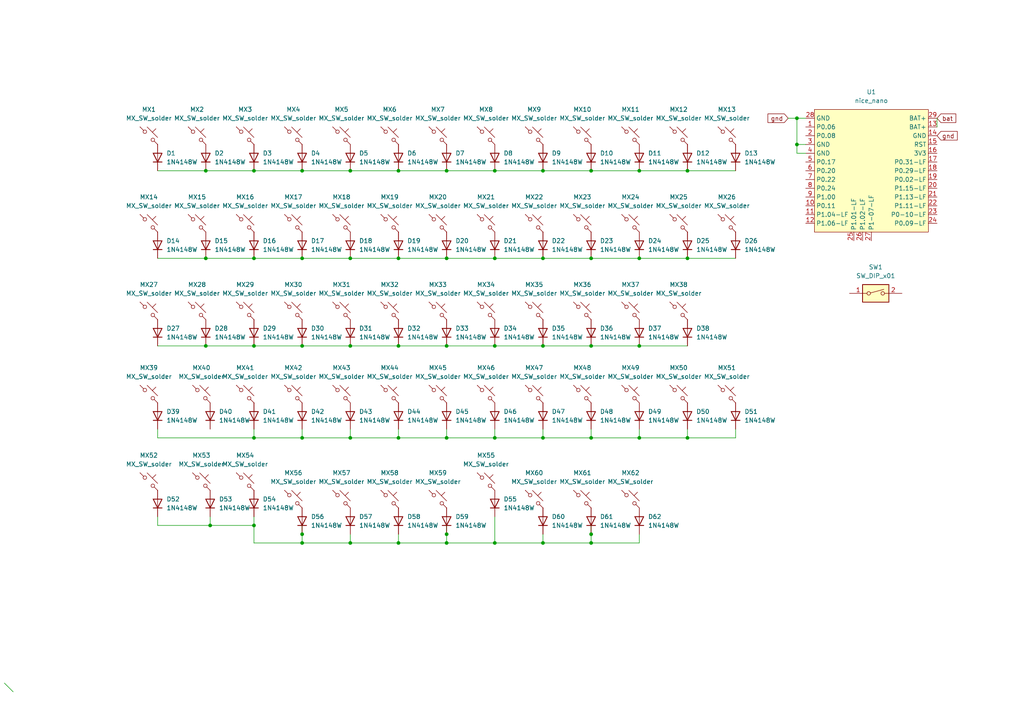
<source format=kicad_sch>
(kicad_sch (version 20230121) (generator eeschema)
  (paper "A4")
  (lib_symbols
    (symbol "Diode:1N4148W" (pin_numbers hide) (pin_names hide)
      (property "Reference" "D" (at 0 2.54 0))
      (property "Value" "1N4148W" (at 0 -2.54 0))
      (symbol "1N4148W_0_1"
        (polyline (pts (xy -1.27 1.27) (xy -1.27 -1.27)) (stroke (width 0.254)))
        (polyline (pts (xy 1.27 0) (xy -1.27 0)))
        (polyline (pts (xy 1.27 1.27) (xy 1.27 -1.27) (xy -1.27 0) (xy 1.27 1.27)) (stroke (width 0.254)))
      )
      (symbol "1N4148W_1_1"
        (pin passive line (at -3.81 0 0) (length 2.54) (name "K") (number "1"))
        (pin passive line (at 3.81 0 180) (length 2.54) (name "A") (number "2"))
      )
    )
    (symbol "PCM_marbastlib-mx:MX_SW_solder" (pin_numbers hide) (pin_names (offset 1.016) hide)
      (property "Reference" "MX" (at 3.048 1.016 0))
      (property "Value" "MX_SW_solder" (at 0 -3.81 0))
      (symbol "MX_SW_solder_0_1"
        (circle (center -1.1684 1.1684) (radius 0.508))
        (polyline (pts (xy -0.508 2.54) (xy 2.54 -0.508)))
        (polyline (pts (xy 1.016 1.016) (xy 2.032 2.032)))
        (polyline (pts (xy -2.54 2.54) (xy -1.524 1.524) (xy -1.524 1.524)))
        (polyline (pts (xy 1.524 -1.524) (xy 2.54 -2.54) (xy 2.54 -2.54) (xy 2.54 -2.54)))
        (circle (center 1.143 -1.1938) (radius 0.508))
        (pin passive line (at -2.54 2.54 0) (length 0) (name "1") (number "1"))
        (pin passive line (at 2.54 -2.54 180) (length 0) (name "2") (number "2"))
      )
    )
    (symbol "PCM_marbastlib-promicroish:nice_nano" (in_bom no)
      (property "Reference" "U" (at 0 22.86 0))
      (property "Value" "nice_nano" (at 0 20.32 0))
      (symbol "nice_nano_0_0"
        (pin bidirectional line (at -19.05 13.97 0) (length 2.54) (name "P0.06") (number "1"))
        (pin bidirectional line (at -19.05 -8.89 0) (length 2.54) (name "P0.11") (number "10"))
        (pin bidirectional line (at -19.05 -11.43 0) (length 2.54) (name "P1.04-LF") (number "11"))
        (pin bidirectional line (at -19.05 -13.97 0) (length 2.54) (name "P1.06-LF") (number "12"))
        (pin power_out line (at 19.05 11.43 180) (length 2.54) (name "GND") (number "14"))
        (pin bidirectional line (at 19.05 8.89 180) (length 2.54) (name "RST") (number "15"))
        (pin bidirectional line (at 19.05 3.81 180) (length 2.54) (name "P0.31-LF") (number "17"))
        (pin bidirectional line (at 19.05 1.27 180) (length 2.54) (name "P0.29-LF") (number "18"))
        (pin bidirectional line (at 19.05 -1.27 180) (length 2.54) (name "P0.02-LF") (number "19"))
        (pin bidirectional line (at -19.05 11.43 0) (length 2.54) (name "P0.08") (number "2"))
        (pin bidirectional line (at 19.05 -3.81 180) (length 2.54) (name "P1.15-LF") (number "20"))
        (pin bidirectional line (at 19.05 -6.35 180) (length 2.54) (name "P1.13-LF") (number "21"))
        (pin bidirectional line (at 19.05 -8.89 180) (length 2.54) (name "P1.11-LF") (number "22"))
        (pin bidirectional line (at 19.05 -11.43 180) (length 2.54) (name "P0-10-LF") (number "23"))
        (pin bidirectional line (at 19.05 -13.97 180) (length 2.54) (name "P0.09-LF") (number "24"))
        (pin power_out line (at -19.05 8.89 0) (length 2.54) (name "GND") (number "3"))
        (pin power_out line (at -19.05 6.35 0) (length 2.54) (name "GND") (number "4"))
        (pin bidirectional line (at -19.05 3.81 0) (length 2.54) (name "P0.17") (number "5"))
        (pin bidirectional line (at -19.05 1.27 0) (length 2.54) (name "P0.20") (number "6"))
        (pin bidirectional line (at -19.05 -1.27 0) (length 2.54) (name "P0.22") (number "7"))
        (pin bidirectional line (at -19.05 -3.81 0) (length 2.54) (name "P0.24") (number "8"))
        (pin bidirectional line (at -19.05 -6.35 0) (length 2.54) (name "P1.00") (number "9"))
      )
      (symbol "nice_nano_1_0"
        (pin power_out line (at 19.05 13.97 180) (length 2.54) (name "BAT+") (number "13"))
        (pin power_out line (at 19.05 6.35 180) (length 2.54) (name "3V3") (number "16"))
        (pin bidirectional line (at -5.08 -19.05 90) (length 2.54) (name "P1.01-LF") (number "25"))
        (pin bidirectional line (at -2.54 -19.05 90) (length 2.54) (name "P1.02-LF") (number "26"))
        (pin bidirectional line (at 0 -19.05 90) (length 2.54) (name "P1-07-LF") (number "27"))
        (pin power_out line (at -19.05 16.51 0) (length 2.54) (name "GND") (number "28"))
        (pin power_out line (at 19.05 16.51 180) (length 2.54) (name "BAT+") (number "29"))
      )
      (symbol "nice_nano_1_1"
        (rectangle (start -16.51 19.05) (end 16.51 -16.51) (fill (type background)))
      )
    )
    (symbol "Switch:SW_DIP_x01" (pin_names (offset 0) hide)
      (property "Reference" "SW" (at 0 3.81 0))
      (property "Value" "SW_DIP_x01" (at 0 -3.81 0))
      (symbol "SW_DIP_x01_0_0"
        (circle (center -2.032 0) (radius 0.508))
        (polyline (pts (xy -1.524 0.127) (xy 2.3622 1.1684)))
        (circle (center 2.032 0) (radius 0.508))
      )
      (symbol "SW_DIP_x01_0_1"
        (rectangle (start -3.81 2.54) (end 3.81 -2.54) (stroke (width 0.254)) (fill (type background)))
      )
      (symbol "SW_DIP_x01_1_1"
        (pin passive line (at -7.62 0 0) (length 5.08) (name "~") (number "1"))
        (pin passive line (at 7.62 0 180) (length 5.08) (name "~") (number "2"))
      )
    )
  )
  (junction (at 59.69 49.53))
  (junction (at 185.42 100.33))
  (junction (at 143.51 157.48))
  (junction (at 101.6 157.48))
  (junction (at 129.54 100.33))
  (junction (at 129.54 74.93))
  (junction (at 101.6 127))
  (junction (at 101.6 74.93))
  (junction (at 73.66 127))
  (junction (at 115.57 49.53))
  (junction (at 143.51 100.33))
  (junction (at 171.45 100.33))
  (junction (at 129.54 157.48))
  (junction (at 231.14 34.29))
  (junction (at 101.6 100.33))
  (junction (at 231.14 41.91))
  (junction (at 87.63 127))
  (junction (at 59.69 74.93))
  (junction (at 87.63 154.94))
  (junction (at 157.48 49.53))
  (junction (at 171.45 127))
  (junction (at 73.66 74.93))
  (junction (at 115.57 127))
  (junction (at 101.6 49.53))
  (junction (at 87.63 157.48))
  (junction (at 199.39 49.53))
  (junction (at 73.66 49.53))
  (junction (at 185.42 127))
  (junction (at 157.48 127))
  (junction (at 199.39 74.93))
  (junction (at 143.51 74.93))
  (junction (at 171.45 49.53))
  (junction (at 171.45 157.48))
  (junction (at 87.63 74.93))
  (junction (at 60.96 152.4))
  (junction (at 143.51 49.53))
  (junction (at 171.45 154.94))
  (junction (at 157.48 100.33))
  (junction (at 87.63 100.33))
  (junction (at 185.42 49.53))
  (junction (at 171.45 74.93))
  (junction (at 73.66 100.33))
  (junction (at 87.63 49.53))
  (junction (at 157.48 74.93))
  (junction (at 115.57 74.93))
  (junction (at 143.51 127))
  (junction (at 199.39 127))
  (junction (at 115.57 157.48))
  (junction (at 129.54 49.53))
  (junction (at 73.66 152.4))
  (junction (at 59.69 100.33))
  (junction (at 157.48 157.48))
  (junction (at 185.42 74.93))
  (junction (at 129.54 154.94))
  (junction (at 115.57 100.33))
  (junction (at 129.54 127))
  (bus_entry (at -45.72 204.47) (size 2.54 2.54))
  (bus_entry (at 1.27 198.12) (size 2.54 2.54))
  (wire (pts (xy 171.45 74.93) (xy 185.42 74.93)))
  (wire (pts (xy 101.6 157.48) (xy 115.57 157.48)))
  (wire (pts (xy 199.39 127) (xy 199.39 124.46)))
  (wire (pts (xy 129.54 154.94) (xy 129.54 152.4)))
  (wire (pts (xy 231.14 44.45) (xy 233.68 44.45)))
  (wire (pts (xy 60.96 152.4) (xy 73.66 152.4)))
  (wire (pts (xy 228.6 34.29) (xy 231.14 34.29)))
  (wire (pts (xy 143.51 127) (xy 157.48 127)))
  (wire (pts (xy 185.42 49.53) (xy 199.39 49.53)))
  (wire (pts (xy 143.51 74.93) (xy 157.48 74.93)))
  (wire (pts (xy 87.63 157.48) (xy 101.6 157.48)))
  (wire (pts (xy 87.63 157.48) (xy 87.63 154.94)))
  (wire (pts (xy 143.51 49.53) (xy 157.48 49.53)))
  (wire (pts (xy 157.48 100.33) (xy 171.45 100.33)))
  (wire (pts (xy 231.14 34.29) (xy 231.14 41.91)))
  (wire (pts (xy 59.69 74.93) (xy 73.66 74.93)))
  (wire (pts (xy 143.51 100.33) (xy 157.48 100.33)))
  (wire (pts (xy 101.6 100.33) (xy 115.57 100.33)))
  (wire (pts (xy 115.57 100.33) (xy 129.54 100.33)))
  (wire (pts (xy 171.45 127) (xy 171.45 124.46)))
  (wire (pts (xy 171.45 100.33) (xy 185.42 100.33)))
  (wire (pts (xy 129.54 74.93) (xy 143.51 74.93)))
  (wire (pts (xy 73.66 157.48) (xy 87.63 157.48)))
  (wire (pts (xy 73.66 127) (xy 73.66 124.46)))
  (wire (pts (xy 143.51 149.86) (xy 143.51 157.48)))
  (wire (pts (xy 115.57 127) (xy 115.57 124.46)))
  (wire (pts (xy 129.54 49.53) (xy 143.51 49.53)))
  (wire (pts (xy 171.45 154.94) (xy 171.45 152.4)))
  (wire (pts (xy 143.51 157.48) (xy 157.48 157.48)))
  (wire (pts (xy 185.42 127) (xy 199.39 127)))
  (wire (pts (xy 171.45 127) (xy 185.42 127)))
  (wire (pts (xy 45.72 100.33) (xy 59.69 100.33)))
  (wire (pts (xy 87.63 74.93) (xy 101.6 74.93)))
  (wire (pts (xy 101.6 127) (xy 101.6 124.46)))
  (wire (pts (xy 87.63 127) (xy 101.6 127)))
  (wire (pts (xy 115.57 157.48) (xy 115.57 154.94)))
  (wire (pts (xy 129.54 157.48) (xy 143.51 157.48)))
  (wire (pts (xy 231.14 41.91) (xy 231.14 44.45)))
  (wire (pts (xy 129.54 100.33) (xy 143.51 100.33)))
  (wire (pts (xy 101.6 157.48) (xy 101.6 154.94)))
  (wire (pts (xy 101.6 49.53) (xy 115.57 49.53)))
  (wire (pts (xy 115.57 127) (xy 129.54 127)))
  (wire (pts (xy 171.45 49.53) (xy 185.42 49.53)))
  (wire (pts (xy 115.57 49.53) (xy 129.54 49.53)))
  (wire (pts (xy 87.63 100.33) (xy 101.6 100.33)))
  (wire (pts (xy 87.63 49.53) (xy 101.6 49.53)))
  (wire (pts (xy 143.51 127) (xy 143.51 124.46)))
  (wire (pts (xy 185.42 100.33) (xy 199.39 100.33)))
  (wire (pts (xy 45.72 74.93) (xy 59.69 74.93)))
  (wire (pts (xy 45.72 127) (xy 45.72 124.46)))
  (wire (pts (xy 199.39 74.93) (xy 213.36 74.93)))
  (wire (pts (xy 59.69 100.33) (xy 73.66 100.33)))
  (wire (pts (xy 199.39 127) (xy 213.36 127)))
  (wire (pts (xy 157.48 74.93) (xy 171.45 74.93)))
  (wire (pts (xy 171.45 157.48) (xy 171.45 154.94)))
  (wire (pts (xy 45.72 49.53) (xy 59.69 49.53)))
  (wire (pts (xy 45.72 127) (xy 73.66 127)))
  (wire (pts (xy 213.36 127) (xy 213.36 124.46)))
  (wire (pts (xy 87.63 154.94) (xy 87.63 152.4)))
  (wire (pts (xy 231.14 34.29) (xy 233.68 34.29)))
  (wire (pts (xy 73.66 49.53) (xy 87.63 49.53)))
  (wire (pts (xy 45.72 152.4) (xy 45.72 149.86)))
  (wire (pts (xy 73.66 127) (xy 87.63 127)))
  (wire (pts (xy 199.39 49.53) (xy 213.36 49.53)))
  (wire (pts (xy 157.48 157.48) (xy 171.45 157.48)))
  (wire (pts (xy 171.45 157.48) (xy 185.42 157.48)))
  (wire (pts (xy 157.48 49.53) (xy 171.45 49.53)))
  (wire (pts (xy 73.66 152.4) (xy 73.66 149.86)))
  (wire (pts (xy 73.66 74.93) (xy 87.63 74.93)))
  (wire (pts (xy 231.14 41.91) (xy 233.68 41.91)))
  (wire (pts (xy 129.54 127) (xy 129.54 124.46)))
  (wire (pts (xy 185.42 74.93) (xy 199.39 74.93)))
  (wire (pts (xy 73.66 157.48) (xy 73.66 152.4)))
  (wire (pts (xy 87.63 127) (xy 87.63 124.46)))
  (wire (pts (xy 185.42 127) (xy 185.42 124.46)))
  (wire (pts (xy 101.6 127) (xy 115.57 127)))
  (wire (pts (xy 157.48 127) (xy 171.45 127)))
  (wire (pts (xy 129.54 127) (xy 143.51 127)))
  (wire (pts (xy 115.57 157.48) (xy 129.54 157.48)))
  (wire (pts (xy 129.54 157.48) (xy 129.54 154.94)))
  (wire (pts (xy 101.6 74.93) (xy 115.57 74.93)))
  (wire (pts (xy 115.57 74.93) (xy 129.54 74.93)))
  (wire (pts (xy 59.69 49.53) (xy 73.66 49.53)))
  (wire (pts (xy 60.96 149.86) (xy 60.96 152.4)))
  (wire (pts (xy 157.48 127) (xy 157.48 124.46)))
  (wire (pts (xy 185.42 157.48) (xy 185.42 154.94)))
  (wire (pts (xy 271.78 34.29) (xy 271.78 36.83)))
  (wire (pts (xy 157.48 157.48) (xy 157.48 154.94)))
  (wire (pts (xy 73.66 100.33) (xy 87.63 100.33)))
  (wire (pts (xy 45.72 152.4) (xy 60.96 152.4)))
  (global_label "gnd" (shape input) (at 228.6 34.29 180) (property "Intersheetrefs" "${INTERSHEET_REFS}" (effects hide)))
  (global_label "bat" (shape input) (at 271.78 34.29 0) (property "Intersheetrefs" "${INTERSHEET_REFS}" (effects hide)))
  (global_label "gnd" (shape input) (at 271.78 39.37 0) (property "Intersheetrefs" "${INTERSHEET_REFS}" (effects hide)))
  (symbol (lib_id "Diode:1N4148W") (at 129.54 96.52 90) (unit 1)
    (property "Reference" "D33" (at 132.08 95.25 90) (effects (justify right)))
    (property "Value" "1N4148W" (at 132.08 97.79 90) (effects (justify right)))
    (property "Footprint" "Diode_SMD:D_SOD-123" (effects hide))
    (property "Datasheet" "https://www.vishay.com/docs/85748/1n4148w.pdf" (effects hide))
    (property "Sim.Device" "D" (effects hide))
    (property "Sim.Pins" "1=K 2=A" (effects hide))
  )
  (symbol (lib_id "Diode:1N4148W") (at 73.66 96.52 90) (unit 1)
    (property "Reference" "D29" (at 76.2 95.25 90) (effects (justify right)))
    (property "Value" "1N4148W" (at 76.2 97.79 90) (effects (justify right)))
    (property "Footprint" "Diode_SMD:D_SOD-123" (effects hide))
    (property "Datasheet" "https://www.vishay.com/docs/85748/1n4148w.pdf" (effects hide))
    (property "Sim.Device" "D" (effects hide))
    (property "Sim.Pins" "1=K 2=A" (effects hide))
  )
  (symbol (lib_id "Diode:1N4148W") (at 143.51 120.65 90) (unit 1)
    (property "Reference" "D46" (at 146.05 119.38 90) (effects (justify right)))
    (property "Value" "1N4148W" (at 146.05 121.92 90) (effects (justify right)))
    (property "Footprint" "Diode_SMD:D_SOD-123" (effects hide))
    (property "Datasheet" "https://www.vishay.com/docs/85748/1n4148w.pdf" (effects hide))
    (property "Sim.Device" "D" (effects hide))
    (property "Sim.Pins" "1=K 2=A" (effects hide))
  )
  (symbol (lib_id "PCM_marbastlib-mx:MX_SW_solder") (at 210.82 114.3 0) (unit 1)
    (property "Reference" "MX51" (at 210.82 106.68 0))
    (property "Value" "MX_SW_solder" (at 210.82 109.22 0))
    (property "Footprint" "PCM_marbastlib-mx:SW_MX_HS_1u" (effects hide))
  )
  (symbol (lib_id "Diode:1N4148W") (at 143.51 45.72 90) (unit 1)
    (property "Reference" "D8" (at 146.05 44.45 90) (effects (justify right)))
    (property "Value" "1N4148W" (at 146.05 46.99 90) (effects (justify right)))
    (property "Footprint" "Diode_SMD:D_SOD-123" (effects hide))
    (property "Datasheet" "https://www.vishay.com/docs/85748/1n4148w.pdf" (effects hide))
    (property "Sim.Device" "D" (effects hide))
    (property "Sim.Pins" "1=K 2=A" (effects hide))
  )
  (symbol (lib_id "Diode:1N4148W") (at 101.6 45.72 90) (unit 1)
    (property "Reference" "D5" (at 104.14 44.45 90) (effects (justify right)))
    (property "Value" "1N4148W" (at 104.14 46.99 90) (effects (justify right)))
    (property "Footprint" "Diode_SMD:D_SOD-123" (effects hide))
    (property "Datasheet" "https://www.vishay.com/docs/85748/1n4148w.pdf" (effects hide))
    (property "Sim.Device" "D" (effects hide))
    (property "Sim.Pins" "1=K 2=A" (effects hide))
  )
  (symbol (lib_id "PCM_marbastlib-mx:MX_SW_solder") (at 140.97 64.77 0) (unit 1)
    (property "Reference" "MX21" (at 140.97 57.15 0))
    (property "Value" "MX_SW_solder" (at 140.97 59.69 0))
    (property "Footprint" "PCM_marbastlib-mx:SW_MX_HS_1u" (effects hide))
  )
  (symbol (lib_id "Diode:1N4148W") (at 157.48 45.72 90) (unit 1)
    (property "Reference" "D9" (at 160.02 44.45 90) (effects (justify right)))
    (property "Value" "1N4148W" (at 160.02 46.99 90) (effects (justify right)))
    (property "Footprint" "Diode_SMD:D_SOD-123" (effects hide))
    (property "Datasheet" "https://www.vishay.com/docs/85748/1n4148w.pdf" (effects hide))
    (property "Sim.Device" "D" (effects hide))
    (property "Sim.Pins" "1=K 2=A" (effects hide))
  )
  (symbol (lib_id "PCM_marbastlib-mx:MX_SW_solder") (at 43.18 39.37 0) (unit 1)
    (property "Reference" "MX1" (at 43.18 31.75 0))
    (property "Value" "MX_SW_solder" (at 43.18 34.29 0))
    (property "Footprint" "PCM_marbastlib-mx:SW_MX_HS_1u" (effects hide))
  )
  (symbol (lib_id "Diode:1N4148W") (at 115.57 151.13 90) (unit 1)
    (property "Reference" "D58" (at 118.11 149.86 90) (effects (justify right)))
    (property "Value" "1N4148W" (at 118.11 152.4 90) (effects (justify right)))
    (property "Footprint" "Diode_SMD:D_SOD-123" (effects hide))
    (property "Datasheet" "https://www.vishay.com/docs/85748/1n4148w.pdf" (effects hide))
    (property "Sim.Device" "D" (effects hide))
    (property "Sim.Pins" "1=K 2=A" (effects hide))
  )
  (symbol (lib_id "PCM_marbastlib-mx:MX_SW_solder") (at 127 114.3 0) (unit 1)
    (property "Reference" "MX45" (at 127 106.68 0))
    (property "Value" "MX_SW_solder" (at 127 109.22 0))
    (property "Footprint" "PCM_marbastlib-mx:SW_MX_HS_1u" (effects hide))
  )
  (symbol (lib_id "Diode:1N4148W") (at 185.42 151.13 90) (unit 1)
    (property "Reference" "D62" (at 187.96 149.86 90) (effects (justify right)))
    (property "Value" "1N4148W" (at 187.96 152.4 90) (effects (justify right)))
    (property "Footprint" "Diode_SMD:D_SOD-123" (effects hide))
    (property "Datasheet" "https://www.vishay.com/docs/85748/1n4148w.pdf" (effects hide))
    (property "Sim.Device" "D" (effects hide))
    (property "Sim.Pins" "1=K 2=A" (effects hide))
  )
  (symbol (lib_id "Diode:1N4148W") (at 199.39 45.72 90) (unit 1)
    (property "Reference" "D12" (at 201.93 44.45 90) (effects (justify right)))
    (property "Value" "1N4148W" (at 201.93 46.99 90) (effects (justify right)))
    (property "Footprint" "Diode_SMD:D_SOD-123" (effects hide))
    (property "Datasheet" "https://www.vishay.com/docs/85748/1n4148w.pdf" (effects hide))
    (property "Sim.Device" "D" (effects hide))
    (property "Sim.Pins" "1=K 2=A" (effects hide))
  )
  (symbol (lib_id "Diode:1N4148W") (at 199.39 71.12 90) (unit 1)
    (property "Reference" "D25" (at 201.93 69.85 90) (effects (justify right)))
    (property "Value" "1N4148W" (at 201.93 72.39 90) (effects (justify right)))
    (property "Footprint" "Diode_SMD:D_SOD-123" (effects hide))
    (property "Datasheet" "https://www.vishay.com/docs/85748/1n4148w.pdf" (effects hide))
    (property "Sim.Device" "D" (effects hide))
    (property "Sim.Pins" "1=K 2=A" (effects hide))
  )
  (symbol (lib_id "PCM_marbastlib-mx:MX_SW_solder") (at 85.09 90.17 0) (unit 1)
    (property "Reference" "MX30" (at 85.09 82.55 0))
    (property "Value" "MX_SW_solder" (at 85.09 85.09 0))
    (property "Footprint" "PCM_marbastlib-mx:SW_MX_HS_1u" (effects hide))
  )
  (symbol (lib_id "Diode:1N4148W") (at 115.57 96.52 90) (unit 1)
    (property "Reference" "D32" (at 118.11 95.25 90) (effects (justify right)))
    (property "Value" "1N4148W" (at 118.11 97.79 90) (effects (justify right)))
    (property "Footprint" "Diode_SMD:D_SOD-123" (effects hide))
    (property "Datasheet" "https://www.vishay.com/docs/85748/1n4148w.pdf" (effects hide))
    (property "Sim.Device" "D" (effects hide))
    (property "Sim.Pins" "1=K 2=A" (effects hide))
  )
  (symbol (lib_id "PCM_marbastlib-mx:MX_SW_solder") (at 182.88 90.17 0) (unit 1)
    (property "Reference" "MX37" (at 182.88 82.55 0))
    (property "Value" "MX_SW_solder" (at 182.88 85.09 0))
    (property "Footprint" "PCM_marbastlib-mx:SW_MX_HS_1u" (effects hide))
  )
  (symbol (lib_id "Diode:1N4148W") (at 45.72 71.12 90) (unit 1)
    (property "Reference" "D14" (at 48.26 69.85 90) (effects (justify right)))
    (property "Value" "1N4148W" (at 48.26 72.39 90) (effects (justify right)))
    (property "Footprint" "Diode_SMD:D_SOD-123" (effects hide))
    (property "Datasheet" "https://www.vishay.com/docs/85748/1n4148w.pdf" (effects hide))
    (property "Sim.Device" "D" (effects hide))
    (property "Sim.Pins" "1=K 2=A" (effects hide))
  )
  (symbol (lib_id "Diode:1N4148W") (at 73.66 71.12 90) (unit 1)
    (property "Reference" "D16" (at 76.2 69.85 90) (effects (justify right)))
    (property "Value" "1N4148W" (at 76.2 72.39 90) (effects (justify right)))
    (property "Footprint" "Diode_SMD:D_SOD-123" (effects hide))
    (property "Datasheet" "https://www.vishay.com/docs/85748/1n4148w.pdf" (effects hide))
    (property "Sim.Device" "D" (effects hide))
    (property "Sim.Pins" "1=K 2=A" (effects hide))
  )
  (symbol (lib_id "Diode:1N4148W") (at 157.48 71.12 90) (unit 1)
    (property "Reference" "D22" (at 160.02 69.85 90) (effects (justify right)))
    (property "Value" "1N4148W" (at 160.02 72.39 90) (effects (justify right)))
    (property "Footprint" "Diode_SMD:D_SOD-123" (effects hide))
    (property "Datasheet" "https://www.vishay.com/docs/85748/1n4148w.pdf" (effects hide))
    (property "Sim.Device" "D" (effects hide))
    (property "Sim.Pins" "1=K 2=A" (effects hide))
  )
  (symbol (lib_id "Diode:1N4148W") (at 157.48 96.52 90) (unit 1)
    (property "Reference" "D35" (at 160.02 95.25 90) (effects (justify right)))
    (property "Value" "1N4148W" (at 160.02 97.79 90) (effects (justify right)))
    (property "Footprint" "Diode_SMD:D_SOD-123" (effects hide))
    (property "Datasheet" "https://www.vishay.com/docs/85748/1n4148w.pdf" (effects hide))
    (property "Sim.Device" "D" (effects hide))
    (property "Sim.Pins" "1=K 2=A" (effects hide))
  )
  (symbol (lib_id "PCM_marbastlib-mx:MX_SW_solder") (at 113.03 114.3 0) (unit 1)
    (property "Reference" "MX44" (at 113.03 106.68 0))
    (property "Value" "MX_SW_solder" (at 113.03 109.22 0))
    (property "Footprint" "PCM_marbastlib-mx:SW_MX_HS_1u" (effects hide))
  )
  (symbol (lib_id "PCM_marbastlib-mx:MX_SW_solder") (at 99.06 39.37 0) (unit 1)
    (property "Reference" "MX5" (at 99.06 31.75 0))
    (property "Value" "MX_SW_solder" (at 99.06 34.29 0))
    (property "Footprint" "PCM_marbastlib-mx:SW_MX_HS_1u" (effects hide))
  )
  (symbol (lib_id "Diode:1N4148W") (at 213.36 45.72 90) (unit 1)
    (property "Reference" "D13" (at 215.9 44.45 90) (effects (justify right)))
    (property "Value" "1N4148W" (at 215.9 46.99 90) (effects (justify right)))
    (property "Footprint" "Diode_SMD:D_SOD-123" (effects hide))
    (property "Datasheet" "https://www.vishay.com/docs/85748/1n4148w.pdf" (effects hide))
    (property "Sim.Device" "D" (effects hide))
    (property "Sim.Pins" "1=K 2=A" (effects hide))
  )
  (symbol (lib_id "Diode:1N4148W") (at 129.54 120.65 90) (unit 1)
    (property "Reference" "D45" (at 132.08 119.38 90) (effects (justify right)))
    (property "Value" "1N4148W" (at 132.08 121.92 90) (effects (justify right)))
    (property "Footprint" "Diode_SMD:D_SOD-123" (effects hide))
    (property "Datasheet" "https://www.vishay.com/docs/85748/1n4148w.pdf" (effects hide))
    (property "Sim.Device" "D" (effects hide))
    (property "Sim.Pins" "1=K 2=A" (effects hide))
  )
  (symbol (lib_id "PCM_marbastlib-mx:MX_SW_solder") (at 168.91 114.3 0) (unit 1)
    (property "Reference" "MX48" (at 168.91 106.68 0))
    (property "Value" "MX_SW_solder" (at 168.91 109.22 0))
    (property "Footprint" "PCM_marbastlib-mx:SW_MX_HS_1u" (effects hide))
  )
  (symbol (lib_id "PCM_marbastlib-mx:MX_SW_solder") (at 85.09 39.37 0) (unit 1)
    (property "Reference" "MX4" (at 85.09 31.75 0))
    (property "Value" "MX_SW_solder" (at 85.09 34.29 0))
    (property "Footprint" "PCM_marbastlib-mx:SW_MX_HS_1u" (effects hide))
  )
  (symbol (lib_id "PCM_marbastlib-mx:MX_SW_solder") (at 57.15 39.37 0) (unit 1)
    (property "Reference" "MX2" (at 57.15 31.75 0))
    (property "Value" "MX_SW_solder" (at 57.15 34.29 0))
    (property "Footprint" "PCM_marbastlib-mx:SW_MX_HS_1u" (effects hide))
  )
  (symbol (lib_id "Diode:1N4148W") (at 171.45 120.65 90) (unit 1)
    (property "Reference" "D48" (at 173.99 119.38 90) (effects (justify right)))
    (property "Value" "1N4148W" (at 173.99 121.92 90) (effects (justify right)))
    (property "Footprint" "Diode_SMD:D_SOD-123" (effects hide))
    (property "Datasheet" "https://www.vishay.com/docs/85748/1n4148w.pdf" (effects hide))
    (property "Sim.Device" "D" (effects hide))
    (property "Sim.Pins" "1=K 2=A" (effects hide))
  )
  (symbol (lib_id "Diode:1N4148W") (at 171.45 96.52 90) (unit 1)
    (property "Reference" "D36" (at 173.99 95.25 90) (effects (justify right)))
    (property "Value" "1N4148W" (at 173.99 97.79 90) (effects (justify right)))
    (property "Footprint" "Diode_SMD:D_SOD-123" (effects hide))
    (property "Datasheet" "https://www.vishay.com/docs/85748/1n4148w.pdf" (effects hide))
    (property "Sim.Device" "D" (effects hide))
    (property "Sim.Pins" "1=K 2=A" (effects hide))
  )
  (symbol (lib_id "PCM_marbastlib-mx:MX_SW_solder") (at 43.18 114.3 0) (unit 1)
    (property "Reference" "MX39" (at 43.18 106.68 0))
    (property "Value" "MX_SW_solder" (at 43.18 109.22 0))
    (property "Footprint" "footprints_combined:SW_MX_HS_1u_2u" (effects hide))
  )
  (symbol (lib_id "PCM_marbastlib-mx:MX_SW_solder") (at 182.88 114.3 0) (unit 1)
    (property "Reference" "MX49" (at 182.88 106.68 0))
    (property "Value" "MX_SW_solder" (at 182.88 109.22 0))
    (property "Footprint" "PCM_marbastlib-mx:SW_MX_HS_1u" (effects hide))
  )
  (symbol (lib_id "Diode:1N4148W") (at 129.54 71.12 90) (unit 1)
    (property "Reference" "D20" (at 132.08 69.85 90) (effects (justify right)))
    (property "Value" "1N4148W" (at 132.08 72.39 90) (effects (justify right)))
    (property "Footprint" "Diode_SMD:D_SOD-123" (effects hide))
    (property "Datasheet" "https://www.vishay.com/docs/85748/1n4148w.pdf" (effects hide))
    (property "Sim.Device" "D" (effects hide))
    (property "Sim.Pins" "1=K 2=A" (effects hide))
  )
  (symbol (lib_id "PCM_marbastlib-mx:MX_SW_solder") (at 71.12 39.37 0) (unit 1)
    (property "Reference" "MX3" (at 71.12 31.75 0))
    (property "Value" "MX_SW_solder" (at 71.12 34.29 0))
    (property "Footprint" "PCM_marbastlib-mx:SW_MX_HS_1u" (effects hide))
  )
  (symbol (lib_id "Diode:1N4148W") (at 213.36 71.12 90) (unit 1)
    (property "Reference" "D26" (at 215.9 69.85 90) (effects (justify right)))
    (property "Value" "1N4148W" (at 215.9 72.39 90) (effects (justify right)))
    (property "Footprint" "Diode_SMD:D_SOD-123" (effects hide))
    (property "Datasheet" "https://www.vishay.com/docs/85748/1n4148w.pdf" (effects hide))
    (property "Sim.Device" "D" (effects hide))
    (property "Sim.Pins" "1=K 2=A" (effects hide))
  )
  (symbol (lib_id "Diode:1N4148W") (at 143.51 146.05 90) (unit 1)
    (property "Reference" "D55" (at 146.05 144.78 90) (effects (justify right)))
    (property "Value" "1N4148W" (at 146.05 147.32 90) (effects (justify right)))
    (property "Footprint" "Diode_SMD:D_SOD-123" (effects hide))
    (property "Datasheet" "https://www.vishay.com/docs/85748/1n4148w.pdf" (effects hide))
    (property "Sim.Device" "D" (effects hide))
    (property "Sim.Pins" "1=K 2=A" (effects hide))
  )
  (symbol (lib_id "Diode:1N4148W") (at 87.63 151.13 90) (unit 1)
    (property "Reference" "D56" (at 90.17 149.86 90) (effects (justify right)))
    (property "Value" "1N4148W" (at 90.17 152.4 90) (effects (justify right)))
    (property "Footprint" "Diode_SMD:D_SOD-123" (effects hide))
    (property "Datasheet" "https://www.vishay.com/docs/85748/1n4148w.pdf" (effects hide))
    (property "Sim.Device" "D" (effects hide))
    (property "Sim.Pins" "1=K 2=A" (effects hide))
  )
  (symbol (lib_id "PCM_marbastlib-mx:MX_SW_solder") (at 43.18 90.17 0) (unit 1)
    (property "Reference" "MX27" (at 43.18 82.55 0))
    (property "Value" "MX_SW_solder" (at 43.18 85.09 0))
    (property "Footprint" "footprints_combined:SW_MX_HS_1.75u+1.25u_stepped_caps" (effects hide))
  )
  (symbol (lib_id "Diode:1N4148W") (at 199.39 120.65 90) (unit 1)
    (property "Reference" "D50" (at 201.93 119.38 90) (effects (justify right)))
    (property "Value" "1N4148W" (at 201.93 121.92 90) (effects (justify right)))
    (property "Footprint" "Diode_SMD:D_SOD-123" (effects hide))
    (property "Datasheet" "https://www.vishay.com/docs/85748/1n4148w.pdf" (effects hide))
    (property "Sim.Device" "D" (effects hide))
    (property "Sim.Pins" "1=K 2=A" (effects hide))
  )
  (symbol (lib_id "PCM_marbastlib-mx:MX_SW_solder") (at 140.97 39.37 0) (unit 1)
    (property "Reference" "MX8" (at 140.97 31.75 0))
    (property "Value" "MX_SW_solder" (at 140.97 34.29 0))
    (property "Footprint" "PCM_marbastlib-mx:SW_MX_HS_1u" (effects hide))
  )
  (symbol (lib_id "Diode:1N4148W") (at 87.63 96.52 90) (unit 1)
    (property "Reference" "D30" (at 90.17 95.25 90) (effects (justify right)))
    (property "Value" "1N4148W" (at 90.17 97.79 90) (effects (justify right)))
    (property "Footprint" "Diode_SMD:D_SOD-123" (effects hide))
    (property "Datasheet" "https://www.vishay.com/docs/85748/1n4148w.pdf" (effects hide))
    (property "Sim.Device" "D" (effects hide))
    (property "Sim.Pins" "1=K 2=A" (effects hide))
  )
  (symbol (lib_id "PCM_marbastlib-mx:MX_SW_solder") (at 140.97 114.3 0) (unit 1)
    (property "Reference" "MX46" (at 140.97 106.68 0))
    (property "Value" "MX_SW_solder" (at 140.97 109.22 0))
    (property "Footprint" "PCM_marbastlib-mx:SW_MX_HS_1u" (effects hide))
  )
  (symbol (lib_id "Diode:1N4148W") (at 129.54 45.72 90) (unit 1)
    (property "Reference" "D7" (at 132.08 44.45 90) (effects (justify right)))
    (property "Value" "1N4148W" (at 132.08 46.99 90) (effects (justify right)))
    (property "Footprint" "Diode_SMD:D_SOD-123" (effects hide))
    (property "Datasheet" "https://www.vishay.com/docs/85748/1n4148w.pdf" (effects hide))
    (property "Sim.Device" "D" (effects hide))
    (property "Sim.Pins" "1=K 2=A" (effects hide))
  )
  (symbol (lib_id "Diode:1N4148W") (at 157.48 151.13 90) (unit 1)
    (property "Reference" "D60" (at 160.02 149.86 90) (effects (justify right)))
    (property "Value" "1N4148W" (at 160.02 152.4 90) (effects (justify right)))
    (property "Footprint" "Diode_SMD:D_SOD-123" (effects hide))
    (property "Datasheet" "https://www.vishay.com/docs/85748/1n4148w.pdf" (effects hide))
    (property "Sim.Device" "D" (effects hide))
    (property "Sim.Pins" "1=K 2=A" (effects hide))
  )
  (symbol (lib_id "PCM_marbastlib-mx:MX_SW_solder") (at 154.94 39.37 0) (unit 1)
    (property "Reference" "MX9" (at 154.94 31.75 0))
    (property "Value" "MX_SW_solder" (at 154.94 34.29 0))
    (property "Footprint" "PCM_marbastlib-mx:SW_MX_HS_1u" (effects hide))
  )
  (symbol (lib_id "PCM_marbastlib-mx:MX_SW_solder") (at 113.03 64.77 0) (unit 1)
    (property "Reference" "MX19" (at 113.03 57.15 0))
    (property "Value" "MX_SW_solder" (at 113.03 59.69 0))
    (property "Footprint" "PCM_marbastlib-mx:SW_MX_HS_1u" (effects hide))
  )
  (symbol (lib_id "PCM_marbastlib-mx:MX_SW_solder") (at 182.88 64.77 0) (unit 1)
    (property "Reference" "MX24" (at 182.88 57.15 0))
    (property "Value" "MX_SW_solder" (at 182.88 59.69 0))
    (property "Footprint" "PCM_marbastlib-mx:SW_MX_HS_1u" (effects hide))
  )
  (symbol (lib_id "PCM_marbastlib-mx:MX_SW_solder") (at 43.18 139.7 0) (unit 1)
    (property "Reference" "MX52" (at 43.18 132.08 0))
    (property "Value" "MX_SW_solder" (at 43.18 134.62 0))
    (property "Footprint" "PCM_marbastlib-mx:SW_MX_HS_1.25u" (effects hide))
  )
  (symbol (lib_id "Diode:1N4148W") (at 115.57 45.72 90) (unit 1)
    (property "Reference" "D6" (at 118.11 44.45 90) (effects (justify right)))
    (property "Value" "1N4148W" (at 118.11 46.99 90) (effects (justify right)))
    (property "Footprint" "Diode_SMD:D_SOD-123" (effects hide))
    (property "Datasheet" "https://www.vishay.com/docs/85748/1n4148w.pdf" (effects hide))
    (property "Sim.Device" "D" (effects hide))
    (property "Sim.Pins" "1=K 2=A" (effects hide))
  )
  (symbol (lib_id "Diode:1N4148W") (at 59.69 96.52 90) (unit 1)
    (property "Reference" "D28" (at 62.23 95.25 90) (effects (justify right)))
    (property "Value" "1N4148W" (at 62.23 97.79 90) (effects (justify right)))
    (property "Footprint" "Diode_SMD:D_SOD-123" (effects hide))
    (property "Datasheet" "https://www.vishay.com/docs/85748/1n4148w.pdf" (effects hide))
    (property "Sim.Device" "D" (effects hide))
    (property "Sim.Pins" "1=K 2=A" (effects hide))
  )
  (symbol (lib_id "PCM_marbastlib-mx:MX_SW_solder") (at 85.09 114.3 0) (unit 1)
    (property "Reference" "MX42" (at 85.09 106.68 0))
    (property "Value" "MX_SW_solder" (at 85.09 109.22 0))
    (property "Footprint" "PCM_marbastlib-mx:SW_MX_HS_1u" (effects hide))
  )
  (symbol (lib_id "Diode:1N4148W") (at 143.51 71.12 90) (unit 1)
    (property "Reference" "D21" (at 146.05 69.85 90) (effects (justify right)))
    (property "Value" "1N4148W" (at 146.05 72.39 90) (effects (justify right)))
    (property "Footprint" "Diode_SMD:D_SOD-123" (effects hide))
    (property "Datasheet" "https://www.vishay.com/docs/85748/1n4148w.pdf" (effects hide))
    (property "Sim.Device" "D" (effects hide))
    (property "Sim.Pins" "1=K 2=A" (effects hide))
  )
  (symbol (lib_id "PCM_marbastlib-mx:MX_SW_solder") (at 57.15 64.77 0) (unit 1)
    (property "Reference" "MX15" (at 57.15 57.15 0))
    (property "Value" "MX_SW_solder" (at 57.15 59.69 0))
    (property "Footprint" "PCM_marbastlib-mx:SW_MX_HS_1u" (effects hide))
  )
  (symbol (lib_id "PCM_marbastlib-mx:MX_SW_solder") (at 113.03 90.17 0) (unit 1)
    (property "Reference" "MX32" (at 113.03 82.55 0))
    (property "Value" "MX_SW_solder" (at 113.03 85.09 0))
    (property "Footprint" "PCM_marbastlib-mx:SW_MX_HS_1u" (effects hide))
  )
  (symbol (lib_id "PCM_marbastlib-mx:MX_SW_solder") (at 154.94 144.78 0) (unit 1)
    (property "Reference" "MX60" (at 154.94 137.16 0))
    (property "Value" "MX_SW_solder" (at 154.94 139.7 0))
    (property "Footprint" "PCM_marbastlib-mx:SW_MX_HS_1u" (effects hide))
  )
  (symbol (lib_id "PCM_marbastlib-mx:MX_SW_solder") (at 154.94 114.3 0) (unit 1)
    (property "Reference" "MX47" (at 154.94 106.68 0))
    (property "Value" "MX_SW_solder" (at 154.94 109.22 0))
    (property "Footprint" "PCM_marbastlib-mx:SW_MX_HS_1u" (effects hide))
  )
  (symbol (lib_id "PCM_marbastlib-mx:MX_SW_solder") (at 58.42 114.3 0) (unit 1)
    (property "Reference" "MX40" (at 58.42 106.68 0))
    (property "Value" "MX_SW_solder" (at 58.42 109.22 0))
    (property "Footprint" "PCM_marbastlib-mx:SW_MX_HS_1u" (effects hide))
  )
  (symbol (lib_id "PCM_marbastlib-mx:MX_SW_solder") (at 99.06 64.77 0) (unit 1)
    (property "Reference" "MX18" (at 99.06 57.15 0))
    (property "Value" "MX_SW_solder" (at 99.06 59.69 0))
    (property "Footprint" "PCM_marbastlib-mx:SW_MX_HS_1u" (effects hide))
  )
  (symbol (lib_id "PCM_marbastlib-mx:MX_SW_solder") (at 99.06 114.3 0) (unit 1)
    (property "Reference" "MX43" (at 99.06 106.68 0))
    (property "Value" "MX_SW_solder" (at 99.06 109.22 0))
    (property "Footprint" "PCM_marbastlib-mx:SW_MX_HS_1u" (effects hide))
  )
  (symbol (lib_id "PCM_marbastlib-mx:MX_SW_solder") (at 196.85 114.3 0) (unit 1)
    (property "Reference" "MX50" (at 196.85 106.68 0))
    (property "Value" "MX_SW_solder" (at 196.85 109.22 0))
    (property "Footprint" "PCM_marbastlib-mx:SW_MX_HS_1u" (effects hide))
  )
  (symbol (lib_id "Diode:1N4148W") (at 45.72 120.65 90) (unit 1)
    (property "Reference" "D39" (at 48.26 119.38 90) (effects (justify right)))
    (property "Value" "1N4148W" (at 48.26 121.92 90) (effects (justify right)))
    (property "Footprint" "Diode_SMD:D_SOD-123" (effects hide))
    (property "Datasheet" "https://www.vishay.com/docs/85748/1n4148w.pdf" (effects hide))
    (property "Sim.Device" "D" (effects hide))
    (property "Sim.Pins" "1=K 2=A" (effects hide))
  )
  (symbol (lib_id "PCM_marbastlib-mx:MX_SW_solder") (at 182.88 39.37 0) (unit 1)
    (property "Reference" "MX11" (at 182.88 31.75 0))
    (property "Value" "MX_SW_solder" (at 182.88 34.29 0))
    (property "Footprint" "PCM_marbastlib-mx:SW_MX_HS_1u" (effects hide))
  )
  (symbol (lib_id "Diode:1N4148W") (at 171.45 71.12 90) (unit 1)
    (property "Reference" "D23" (at 173.99 69.85 90) (effects (justify right)))
    (property "Value" "1N4148W" (at 173.99 72.39 90) (effects (justify right)))
    (property "Footprint" "Diode_SMD:D_SOD-123" (effects hide))
    (property "Datasheet" "https://www.vishay.com/docs/85748/1n4148w.pdf" (effects hide))
    (property "Sim.Device" "D" (effects hide))
    (property "Sim.Pins" "1=K 2=A" (effects hide))
  )
  (symbol (lib_id "Diode:1N4148W") (at 101.6 120.65 90) (unit 1)
    (property "Reference" "D43" (at 104.14 119.38 90) (effects (justify right)))
    (property "Value" "1N4148W" (at 104.14 121.92 90) (effects (justify right)))
    (property "Footprint" "Diode_SMD:D_SOD-123" (effects hide))
    (property "Datasheet" "https://www.vishay.com/docs/85748/1n4148w.pdf" (effects hide))
    (property "Sim.Device" "D" (effects hide))
    (property "Sim.Pins" "1=K 2=A" (effects hide))
  )
  (symbol (lib_id "PCM_marbastlib-mx:MX_SW_solder") (at 196.85 90.17 0) (unit 1)
    (property "Reference" "MX38" (at 196.85 82.55 0))
    (property "Value" "MX_SW_solder" (at 196.85 85.09 0))
    (property "Footprint" "PCM_marbastlib-mx:SW_MX_HS_1.75u" (effects hide))
  )
  (symbol (lib_id "PCM_marbastlib-mx:MX_SW_solder") (at 127 90.17 0) (unit 1)
    (property "Reference" "MX33" (at 127 82.55 0))
    (property "Value" "MX_SW_solder" (at 127 85.09 0))
    (property "Footprint" "PCM_marbastlib-mx:SW_MX_HS_1u" (effects hide))
  )
  (symbol (lib_id "Diode:1N4148W") (at 101.6 71.12 90) (unit 1)
    (property "Reference" "D18" (at 104.14 69.85 90) (effects (justify right)))
    (property "Value" "1N4148W" (at 104.14 72.39 90) (effects (justify right)))
    (property "Footprint" "Diode_SMD:D_SOD-123" (effects hide))
    (property "Datasheet" "https://www.vishay.com/docs/85748/1n4148w.pdf" (effects hide))
    (property "Sim.Device" "D" (effects hide))
    (property "Sim.Pins" "1=K 2=A" (effects hide))
  )
  (symbol (lib_id "PCM_marbastlib-mx:MX_SW_solder") (at 210.82 64.77 0) (unit 1)
    (property "Reference" "MX26" (at 210.82 57.15 0))
    (property "Value" "MX_SW_solder" (at 210.82 59.69 0))
    (property "Footprint" "PCM_marbastlib-mx:SW_MX_1u" (effects hide))
  )
  (symbol (lib_id "PCM_marbastlib-mx:MX_SW_solder") (at 71.12 114.3 0) (unit 1)
    (property "Reference" "MX41" (at 71.12 106.68 0))
    (property "Value" "MX_SW_solder" (at 71.12 109.22 0))
    (property "Footprint" "PCM_marbastlib-mx:SW_MX_HS_1u" (effects hide))
  )
  (symbol (lib_id "Diode:1N4148W") (at 87.63 71.12 90) (unit 1)
    (property "Reference" "D17" (at 90.17 69.85 90) (effects (justify right)))
    (property "Value" "1N4148W" (at 90.17 72.39 90) (effects (justify right)))
    (property "Footprint" "Diode_SMD:D_SOD-123" (effects hide))
    (property "Datasheet" "https://www.vishay.com/docs/85748/1n4148w.pdf" (effects hide))
    (property "Sim.Device" "D" (effects hide))
    (property "Sim.Pins" "1=K 2=A" (effects hide))
  )
  (symbol (lib_id "Diode:1N4148W") (at 115.57 71.12 90) (unit 1)
    (property "Reference" "D19" (at 118.11 69.85 90) (effects (justify right)))
    (property "Value" "1N4148W" (at 118.11 72.39 90) (effects (justify right)))
    (property "Footprint" "Diode_SMD:D_SOD-123" (effects hide))
    (property "Datasheet" "https://www.vishay.com/docs/85748/1n4148w.pdf" (effects hide))
    (property "Sim.Device" "D" (effects hide))
    (property "Sim.Pins" "1=K 2=A" (effects hide))
  )
  (symbol (lib_id "PCM_marbastlib-mx:MX_SW_solder") (at 99.06 90.17 0) (unit 1)
    (property "Reference" "MX31" (at 99.06 82.55 0))
    (property "Value" "MX_SW_solder" (at 99.06 85.09 0))
    (property "Footprint" "PCM_marbastlib-mx:SW_MX_HS_1u" (effects hide))
  )
  (symbol (lib_id "PCM_marbastlib-mx:MX_SW_solder") (at 57.15 90.17 0) (unit 1)
    (property "Reference" "MX28" (at 57.15 82.55 0))
    (property "Value" "MX_SW_solder" (at 57.15 85.09 0))
    (property "Footprint" "PCM_marbastlib-mx:SW_MX_HS_1u" (effects hide))
  )
  (symbol (lib_id "PCM_marbastlib-mx:MX_SW_solder") (at 71.12 64.77 0) (unit 1)
    (property "Reference" "MX16" (at 71.12 57.15 0))
    (property "Value" "MX_SW_solder" (at 71.12 59.69 0))
    (property "Footprint" "PCM_marbastlib-mx:SW_MX_HS_1u" (effects hide))
  )
  (symbol (lib_id "PCM_marbastlib-promicroish:nice_nano") (at 252.73 50.8 0) (unit 1) (in_bom no)
    (property "Reference" "U1" (at 252.73 26.67 0))
    (property "Value" "nice_nano" (at 252.73 29.21 0))
    (property "Footprint" "PCM_marbastlib-xp-promicroish:nice_nano_AH_USBup" (effects hide))
    (property "Datasheet" "https://nicekeyboards.com/docs/nice-nano/pinout-schematic" (effects hide))
  )
  (symbol (lib_id "Diode:1N4148W") (at 143.51 96.52 90) (unit 1)
    (property "Reference" "D34" (at 146.05 95.25 90) (effects (justify right)))
    (property "Value" "1N4148W" (at 146.05 97.79 90) (effects (justify right)))
    (property "Footprint" "Diode_SMD:D_SOD-123" (effects hide))
    (property "Datasheet" "https://www.vishay.com/docs/85748/1n4148w.pdf" (effects hide))
    (property "Sim.Device" "D" (effects hide))
    (property "Sim.Pins" "1=K 2=A" (effects hide))
  )
  (symbol (lib_id "PCM_marbastlib-mx:MX_SW_solder") (at 58.42 139.7 0) (unit 1)
    (property "Reference" "MX53" (at 58.42 132.08 0))
    (property "Value" "MX_SW_solder" (at 58.42 134.62 0))
    (property "Footprint" "PCM_marbastlib-mx:SW_MX_HS_1.25u" (effects hide))
  )
  (symbol (lib_id "Diode:1N4148W") (at 73.66 146.05 90) (unit 1)
    (property "Reference" "D54" (at 76.2 144.78 90) (effects (justify right)))
    (property "Value" "1N4148W" (at 76.2 147.32 90) (effects (justify right)))
    (property "Footprint" "Diode_SMD:D_SOD-123" (effects hide))
    (property "Datasheet" "https://www.vishay.com/docs/85748/1n4148w.pdf" (effects hide))
    (property "Sim.Device" "D" (effects hide))
    (property "Sim.Pins" "1=K 2=A" (effects hide))
  )
  (symbol (lib_id "PCM_marbastlib-mx:MX_SW_solder") (at 113.03 144.78 0) (unit 1)
    (property "Reference" "MX58" (at 113.03 137.16 0))
    (property "Value" "MX_SW_solder" (at 113.03 139.7 0))
    (property "Footprint" "footprints_combined:SW_MX_HS_1.75u_2.75u" (effects hide))
  )
  (symbol (lib_id "Diode:1N4148W") (at 59.69 45.72 90) (unit 1)
    (property "Reference" "D2" (at 62.23 44.45 90) (effects (justify right)))
    (property "Value" "1N4148W" (at 62.23 46.99 90) (effects (justify right)))
    (property "Footprint" "Diode_SMD:D_SOD-123" (effects hide))
    (property "Datasheet" "https://www.vishay.com/docs/85748/1n4148w.pdf" (effects hide))
    (property "Sim.Device" "D" (effects hide))
    (property "Sim.Pins" "1=K 2=A" (effects hide))
  )
  (symbol (lib_id "PCM_marbastlib-mx:MX_SW_solder") (at 154.94 90.17 0) (unit 1)
    (property "Reference" "MX35" (at 154.94 82.55 0))
    (property "Value" "MX_SW_solder" (at 154.94 85.09 0))
    (property "Footprint" "PCM_marbastlib-mx:SW_MX_HS_1u" (effects hide))
  )
  (symbol (lib_id "Diode:1N4148W") (at 185.42 71.12 90) (unit 1)
    (property "Reference" "D24" (at 187.96 69.85 90) (effects (justify right)))
    (property "Value" "1N4148W" (at 187.96 72.39 90) (effects (justify right)))
    (property "Footprint" "Diode_SMD:D_SOD-123" (effects hide))
    (property "Datasheet" "https://www.vishay.com/docs/85748/1n4148w.pdf" (effects hide))
    (property "Sim.Device" "D" (effects hide))
    (property "Sim.Pins" "1=K 2=A" (effects hide))
  )
  (symbol (lib_id "PCM_marbastlib-mx:MX_SW_solder") (at 210.82 39.37 0) (unit 1)
    (property "Reference" "MX13" (at 210.82 31.75 0))
    (property "Value" "MX_SW_solder" (at 210.82 34.29 0))
    (property "Footprint" "PCM_marbastlib-mx:SW_MX_1u" (effects hide))
  )
  (symbol (lib_id "Diode:1N4148W") (at 185.42 120.65 90) (unit 1)
    (property "Reference" "D49" (at 187.96 119.38 90) (effects (justify right)))
    (property "Value" "1N4148W" (at 187.96 121.92 90) (effects (justify right)))
    (property "Footprint" "Diode_SMD:D_SOD-123" (effects hide))
    (property "Datasheet" "https://www.vishay.com/docs/85748/1n4148w.pdf" (effects hide))
    (property "Sim.Device" "D" (effects hide))
    (property "Sim.Pins" "1=K 2=A" (effects hide))
  )
  (symbol (lib_id "Diode:1N4148W") (at 115.57 120.65 90) (unit 1)
    (property "Reference" "D44" (at 118.11 119.38 90) (effects (justify right)))
    (property "Value" "1N4148W" (at 118.11 121.92 90) (effects (justify right)))
    (property "Footprint" "Diode_SMD:D_SOD-123" (effects hide))
    (property "Datasheet" "https://www.vishay.com/docs/85748/1n4148w.pdf" (effects hide))
    (property "Sim.Device" "D" (effects hide))
    (property "Sim.Pins" "1=K 2=A" (effects hide))
  )
  (symbol (lib_id "Diode:1N4148W") (at 171.45 45.72 90) (unit 1)
    (property "Reference" "D10" (at 173.99 44.45 90) (effects (justify right)))
    (property "Value" "1N4148W" (at 173.99 46.99 90) (effects (justify right)))
    (property "Footprint" "Diode_SMD:D_SOD-123" (effects hide))
    (property "Datasheet" "https://www.vishay.com/docs/85748/1n4148w.pdf" (effects hide))
    (property "Sim.Device" "D" (effects hide))
    (property "Sim.Pins" "1=K 2=A" (effects hide))
  )
  (symbol (lib_id "PCM_marbastlib-mx:MX_SW_solder") (at 85.09 144.78 0) (unit 1)
    (property "Reference" "MX56" (at 85.09 137.16 0))
    (property "Value" "MX_SW_solder" (at 85.09 139.7 0))
    (property "Footprint" "PCM_marbastlib-mx:SW_MX_HS_1u" (effects hide))
  )
  (symbol (lib_id "PCM_marbastlib-mx:MX_SW_solder") (at 127 144.78 0) (unit 1)
    (property "Reference" "MX59" (at 127 137.16 0))
    (property "Value" "MX_SW_solder" (at 127 139.7 0))
    (property "Footprint" "PCM_marbastlib-mx:SW_MX_HS_1u" (effects hide))
  )
  (symbol (lib_id "PCM_marbastlib-mx:MX_SW_solder") (at 127 64.77 0) (unit 1)
    (property "Reference" "MX20" (at 127 57.15 0))
    (property "Value" "MX_SW_solder" (at 127 59.69 0))
    (property "Footprint" "PCM_marbastlib-mx:SW_MX_HS_1u" (effects hide))
  )
  (symbol (lib_id "PCM_marbastlib-mx:MX_SW_solder") (at 168.91 39.37 0) (unit 1)
    (property "Reference" "MX10" (at 168.91 31.75 0))
    (property "Value" "MX_SW_solder" (at 168.91 34.29 0))
    (property "Footprint" "PCM_marbastlib-mx:SW_MX_HS_1u" (effects hide))
  )
  (symbol (lib_id "PCM_marbastlib-mx:MX_SW_solder") (at 168.91 90.17 0) (unit 1)
    (property "Reference" "MX36" (at 168.91 82.55 0))
    (property "Value" "MX_SW_solder" (at 168.91 85.09 0))
    (property "Footprint" "PCM_marbastlib-mx:SW_MX_HS_1u" (effects hide))
  )
  (symbol (lib_id "PCM_marbastlib-mx:MX_SW_solder") (at 71.12 90.17 0) (unit 1)
    (property "Reference" "MX29" (at 71.12 82.55 0))
    (property "Value" "MX_SW_solder" (at 71.12 85.09 0))
    (property "Footprint" "PCM_marbastlib-mx:SW_MX_HS_1u" (effects hide))
  )
  (symbol (lib_id "Diode:1N4148W") (at 87.63 45.72 90) (unit 1)
    (property "Reference" "D4" (at 90.17 44.45 90) (effects (justify right)))
    (property "Value" "1N4148W" (at 90.17 46.99 90) (effects (justify right)))
    (property "Footprint" "Diode_SMD:D_SOD-123" (effects hide))
    (property "Datasheet" "https://www.vishay.com/docs/85748/1n4148w.pdf" (effects hide))
    (property "Sim.Device" "D" (effects hide))
    (property "Sim.Pins" "1=K 2=A" (effects hide))
  )
  (symbol (lib_id "Diode:1N4148W") (at 60.96 146.05 90) (unit 1)
    (property "Reference" "D53" (at 63.5 144.78 90) (effects (justify right)))
    (property "Value" "1N4148W" (at 63.5 147.32 90) (effects (justify right)))
    (property "Footprint" "Diode_SMD:D_SOD-123" (effects hide))
    (property "Datasheet" "https://www.vishay.com/docs/85748/1n4148w.pdf" (effects hide))
    (property "Sim.Device" "D" (effects hide))
    (property "Sim.Pins" "1=K 2=A" (effects hide))
  )
  (symbol (lib_id "Diode:1N4148W") (at 199.39 96.52 90) (unit 1)
    (property "Reference" "D38" (at 201.93 95.25 90) (effects (justify right)))
    (property "Value" "1N4148W" (at 201.93 97.79 90) (effects (justify right)))
    (property "Footprint" "Diode_SMD:D_SOD-123" (effects hide))
    (property "Datasheet" "https://www.vishay.com/docs/85748/1n4148w.pdf" (effects hide))
    (property "Sim.Device" "D" (effects hide))
    (property "Sim.Pins" "1=K 2=A" (effects hide))
  )
  (symbol (lib_id "Switch:SW_DIP_x01") (at 254 85.09 0) (unit 1)
    (property "Reference" "SW1" (at 254 77.47 0))
    (property "Value" "SW_DIP_x01" (at 254 80.01 0))
  )
  (symbol (lib_id "Diode:1N4148W") (at 213.36 120.65 90) (unit 1)
    (property "Reference" "D51" (at 215.9 119.38 90) (effects (justify right)))
    (property "Value" "1N4148W" (at 215.9 121.92 90) (effects (justify right)))
    (property "Footprint" "Diode_SMD:D_SOD-123" (effects hide))
    (property "Datasheet" "https://www.vishay.com/docs/85748/1n4148w.pdf" (effects hide))
    (property "Sim.Device" "D" (effects hide))
    (property "Sim.Pins" "1=K 2=A" (effects hide))
  )
  (symbol (lib_id "Diode:1N4148W") (at 45.72 146.05 90) (unit 1)
    (property "Reference" "D52" (at 48.26 144.78 90) (effects (justify right)))
    (property "Value" "1N4148W" (at 48.26 147.32 90) (effects (justify right)))
    (property "Footprint" "Diode_SMD:D_SOD-123" (effects hide))
    (property "Datasheet" "https://www.vishay.com/docs/85748/1n4148w.pdf" (effects hide))
    (property "Sim.Device" "D" (effects hide))
    (property "Sim.Pins" "1=K 2=A" (effects hide))
  )
  (symbol (lib_id "PCM_marbastlib-mx:MX_SW_solder") (at 99.06 144.78 0) (unit 1)
    (property "Reference" "MX57" (at 99.06 137.16 0))
    (property "Value" "MX_SW_solder" (at 99.06 139.7 0))
    (property "Footprint" "footprints_combined:SW_MX_HS_2.75u_1.75u" (effects hide))
  )
  (symbol (lib_id "Diode:1N4148W") (at 129.54 151.13 90) (unit 1)
    (property "Reference" "D59" (at 132.08 149.86 90) (effects (justify right)))
    (property "Value" "1N4148W" (at 132.08 152.4 90) (effects (justify right)))
    (property "Footprint" "Diode_SMD:D_SOD-123" (effects hide))
    (property "Datasheet" "https://www.vishay.com/docs/85748/1n4148w.pdf" (effects hide))
    (property "Sim.Device" "D" (effects hide))
    (property "Sim.Pins" "1=K 2=A" (effects hide))
  )
  (symbol (lib_id "PCM_marbastlib-mx:MX_SW_solder") (at 196.85 39.37 0) (unit 1)
    (property "Reference" "MX12" (at 196.85 31.75 0))
    (property "Value" "MX_SW_solder" (at 196.85 34.29 0))
    (property "Footprint" "footprints_combined:SW_MX_1u_1.5u_2u" (effects hide))
  )
  (symbol (lib_id "PCM_marbastlib-mx:MX_SW_solder") (at 168.91 64.77 0) (unit 1)
    (property "Reference" "MX23" (at 168.91 57.15 0))
    (property "Value" "MX_SW_solder" (at 168.91 59.69 0))
    (property "Footprint" "PCM_marbastlib-mx:SW_MX_HS_1u" (effects hide))
  )
  (symbol (lib_id "PCM_marbastlib-mx:MX_SW_solder") (at 127 39.37 0) (unit 1)
    (property "Reference" "MX7" (at 127 31.75 0))
    (property "Value" "MX_SW_solder" (at 127 34.29 0))
    (property "Footprint" "PCM_marbastlib-mx:SW_MX_HS_1u" (effects hide))
  )
  (symbol (lib_id "Diode:1N4148W") (at 73.66 45.72 90) (unit 1)
    (property "Reference" "D3" (at 76.2 44.45 90) (effects (justify right)))
    (property "Value" "1N4148W" (at 76.2 46.99 90) (effects (justify right)))
    (property "Footprint" "Diode_SMD:D_SOD-123" (effects hide))
    (property "Datasheet" "https://www.vishay.com/docs/85748/1n4148w.pdf" (effects hide))
    (property "Sim.Device" "D" (effects hide))
    (property "Sim.Pins" "1=K 2=A" (effects hide))
  )
  (symbol (lib_id "PCM_marbastlib-mx:MX_SW_solder") (at 43.18 64.77 0) (unit 1)
    (property "Reference" "MX14" (at 43.18 57.15 0))
    (property "Value" "MX_SW_solder" (at 43.18 59.69 0))
    (property "Footprint" "PCM_marbastlib-mx:SW_MX_HS_1.5u" (effects hide))
  )
  (symbol (lib_id "Diode:1N4148W") (at 59.69 71.12 90) (unit 1)
    (property "Reference" "D15" (at 62.23 69.85 90) (effects (justify right)))
    (property "Value" "1N4148W" (at 62.23 72.39 90) (effects (justify right)))
    (property "Footprint" "Diode_SMD:D_SOD-123" (effects hide))
    (property "Datasheet" "https://www.vishay.com/docs/85748/1n4148w.pdf" (effects hide))
    (property "Sim.Device" "D" (effects hide))
    (property "Sim.Pins" "1=K 2=A" (effects hide))
  )
  (symbol (lib_id "Diode:1N4148W") (at 73.66 120.65 90) (unit 1)
    (property "Reference" "D41" (at 76.2 119.38 90) (effects (justify right)))
    (property "Value" "1N4148W" (at 76.2 121.92 90) (effects (justify right)))
    (property "Footprint" "Diode_SMD:D_SOD-123" (effects hide))
    (property "Datasheet" "https://www.vishay.com/docs/85748/1n4148w.pdf" (effects hide))
    (property "Sim.Device" "D" (effects hide))
    (property "Sim.Pins" "1=K 2=A" (effects hide))
  )
  (symbol (lib_id "Diode:1N4148W") (at 101.6 96.52 90) (unit 1)
    (property "Reference" "D31" (at 104.14 95.25 90) (effects (justify right)))
    (property "Value" "1N4148W" (at 104.14 97.79 90) (effects (justify right)))
    (property "Footprint" "Diode_SMD:D_SOD-123" (effects hide))
    (property "Datasheet" "https://www.vishay.com/docs/85748/1n4148w.pdf" (effects hide))
    (property "Sim.Device" "D" (effects hide))
    (property "Sim.Pins" "1=K 2=A" (effects hide))
  )
  (symbol (lib_id "Diode:1N4148W") (at 185.42 45.72 90) (unit 1)
    (property "Reference" "D11" (at 187.96 44.45 90) (effects (justify right)))
    (property "Value" "1N4148W" (at 187.96 46.99 90) (effects (justify right)))
    (property "Footprint" "Diode_SMD:D_SOD-123" (effects hide))
    (property "Datasheet" "https://www.vishay.com/docs/85748/1n4148w.pdf" (effects hide))
    (property "Sim.Device" "D" (effects hide))
    (property "Sim.Pins" "1=K 2=A" (effects hide))
  )
  (symbol (lib_id "PCM_marbastlib-mx:MX_SW_solder") (at 168.91 144.78 0) (unit 1)
    (property "Reference" "MX61" (at 168.91 137.16 0))
    (property "Value" "MX_SW_solder" (at 168.91 139.7 0))
    (property "Footprint" "PCM_marbastlib-mx:SW_MX_HS_1u" (effects hide))
  )
  (symbol (lib_id "Diode:1N4148W") (at 60.96 120.65 90) (unit 1)
    (property "Reference" "D40" (at 63.5 119.38 90) (effects (justify right)))
    (property "Value" "1N4148W" (at 63.5 121.92 90) (effects (justify right)))
    (property "Footprint" "Diode_SMD:D_SOD-123" (effects hide))
    (property "Datasheet" "https://www.vishay.com/docs/85748/1n4148w.pdf" (effects hide))
    (property "Sim.Device" "D" (effects hide))
    (property "Sim.Pins" "1=K 2=A" (effects hide))
  )
  (symbol (lib_id "PCM_marbastlib-mx:MX_SW_solder") (at 154.94 64.77 0) (unit 1)
    (property "Reference" "MX22" (at 154.94 57.15 0))
    (property "Value" "MX_SW_solder" (at 154.94 59.69 0))
    (property "Footprint" "PCM_marbastlib-mx:SW_MX_HS_1u" (effects hide))
  )
  (symbol (lib_id "PCM_marbastlib-mx:MX_SW_solder") (at 196.85 64.77 0) (unit 1)
    (property "Reference" "MX25" (at 196.85 57.15 0))
    (property "Value" "MX_SW_solder" (at 196.85 59.69 0))
    (property "Footprint" "footprints_combined:SW_MX_1u_2u_ISO" (effects hide))
  )
  (symbol (lib_id "PCM_marbastlib-mx:MX_SW_solder") (at 140.97 139.7 0) (unit 1)
    (property "Reference" "MX55" (at 140.97 132.08 0))
    (property "Value" "MX_SW_solder" (at 140.97 134.62 0))
    (property "Footprint" "PCM_marbastlib-mx:SW_MX_HS_1.25u" (effects hide))
  )
  (symbol (lib_id "PCM_marbastlib-mx:MX_SW_solder") (at 182.88 144.78 0) (unit 1)
    (property "Reference" "MX62" (at 182.88 137.16 0))
    (property "Value" "MX_SW_solder" (at 182.88 139.7 0))
    (property "Footprint" "PCM_marbastlib-mx:SW_MX_HS_1u" (effects hide))
  )
  (symbol (lib_id "PCM_marbastlib-mx:MX_SW_solder") (at 140.97 90.17 0) (unit 1)
    (property "Reference" "MX34" (at 140.97 82.55 0))
    (property "Value" "MX_SW_solder" (at 140.97 85.09 0))
    (property "Footprint" "PCM_marbastlib-mx:SW_MX_HS_1u" (effects hide))
  )
  (symbol (lib_id "Diode:1N4148W") (at 45.72 96.52 90) (unit 1)
    (property "Reference" "D27" (at 48.26 95.25 90) (effects (justify right)))
    (property "Value" "1N4148W" (at 48.26 97.79 90) (effects (justify right)))
    (property "Footprint" "Diode_SMD:D_SOD-123" (effects hide))
    (property "Datasheet" "https://www.vishay.com/docs/85748/1n4148w.pdf" (effects hide))
    (property "Sim.Device" "D" (effects hide))
    (property "Sim.Pins" "1=K 2=A" (effects hide))
  )
  (symbol (lib_id "Diode:1N4148W") (at 101.6 151.13 90) (unit 1)
    (property "Reference" "D57" (at 104.14 149.86 90) (effects (justify right)))
    (property "Value" "1N4148W" (at 104.14 152.4 90) (effects (justify right)))
    (property "Footprint" "Diode_SMD:D_SOD-123" (effects hide))
    (property "Datasheet" "https://www.vishay.com/docs/85748/1n4148w.pdf" (effects hide))
    (property "Sim.Device" "D" (effects hide))
    (property "Sim.Pins" "1=K 2=A" (effects hide))
  )
  (symbol (lib_id "PCM_marbastlib-mx:MX_SW_solder") (at 113.03 39.37 0) (unit 1)
    (property "Reference" "MX6" (at 113.03 31.75 0))
    (property "Value" "MX_SW_solder" (at 113.03 34.29 0))
    (property "Footprint" "PCM_marbastlib-mx:SW_MX_HS_1u" (effects hide))
  )
  (symbol (lib_id "Diode:1N4148W") (at 157.48 120.65 90) (unit 1)
    (property "Reference" "D47" (at 160.02 119.38 90) (effects (justify right)))
    (property "Value" "1N4148W" (at 160.02 121.92 90) (effects (justify right)))
    (property "Footprint" "Diode_SMD:D_SOD-123" (effects hide))
    (property "Datasheet" "https://www.vishay.com/docs/85748/1n4148w.pdf" (effects hide))
    (property "Sim.Device" "D" (effects hide))
    (property "Sim.Pins" "1=K 2=A" (effects hide))
  )
  (symbol (lib_id "Diode:1N4148W") (at 171.45 151.13 90) (unit 1)
    (property "Reference" "D61" (at 173.99 149.86 90) (effects (justify right)))
    (property "Value" "1N4148W" (at 173.99 152.4 90) (effects (justify right)))
    (property "Footprint" "Diode_SMD:D_SOD-123" (effects hide))
    (property "Datasheet" "https://www.vishay.com/docs/85748/1n4148w.pdf" (effects hide))
    (property "Sim.Device" "D" (effects hide))
    (property "Sim.Pins" "1=K 2=A" (effects hide))
  )
  (symbol (lib_id "PCM_marbastlib-mx:MX_SW_solder") (at 85.09 64.77 0) (unit 1)
    (property "Reference" "MX17" (at 85.09 57.15 0))
    (property "Value" "MX_SW_solder" (at 85.09 59.69 0))
    (property "Footprint" "PCM_marbastlib-mx:SW_MX_HS_1u" (effects hide))
  )
  (symbol (lib_id "Diode:1N4148W") (at 87.63 120.65 90) (unit 1)
    (property "Reference" "D42" (at 90.17 119.38 90) (effects (justify right)))
    (property "Value" "1N4148W" (at 90.17 121.92 90) (effects (justify right)))
    (property "Footprint" "Diode_SMD:D_SOD-123" (effects hide))
    (property "Datasheet" "https://www.vishay.com/docs/85748/1n4148w.pdf" (effects hide))
    (property "Sim.Device" "D" (effects hide))
    (property "Sim.Pins" "1=K 2=A" (effects hide))
  )
  (symbol (lib_id "Diode:1N4148W") (at 45.72 45.72 90) (unit 1)
    (property "Reference" "D1" (at 48.26 44.45 90) (effects (justify right)))
    (property "Value" "1N4148W" (at 48.26 46.99 90) (effects (justify right)))
    (property "Footprint" "Diode_SMD:D_SOD-123" (effects hide))
    (property "Datasheet" "https://www.vishay.com/docs/85748/1n4148w.pdf" (effects hide))
    (property "Sim.Device" "D" (effects hide))
    (property "Sim.Pins" "1=K 2=A" (effects hide))
  )
  (symbol (lib_id "Diode:1N4148W") (at 185.42 96.52 90) (unit 1)
    (property "Reference" "D37" (at 187.96 95.25 90) (effects (justify right)))
    (property "Value" "1N4148W" (at 187.96 97.79 90) (effects (justify right)))
    (property "Footprint" "Diode_SMD:D_SOD-123" (effects hide))
    (property "Datasheet" "https://www.vishay.com/docs/85748/1n4148w.pdf" (effects hide))
    (property "Sim.Device" "D" (effects hide))
    (property "Sim.Pins" "1=K 2=A" (effects hide))
  )
  (symbol (lib_id "PCM_marbastlib-mx:MX_SW_solder") (at 71.12 139.7 0) (unit 1)
    (property "Reference" "MX54" (at 71.12 132.08 0))
    (property "Value" "MX_SW_solder" (at 71.12 134.62 0))
    (property "Footprint" "PCM_marbastlib-mx:SW_MX_HS_1.25u" (effects hide))
  )
)
</source>
